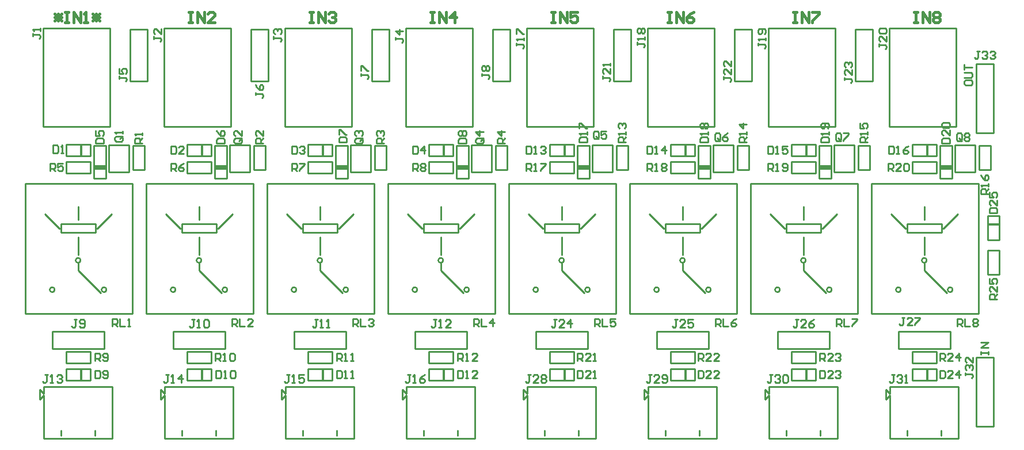
<source format=gto>
G04*
G04 #@! TF.GenerationSoftware,Altium Limited,Altium Designer,21.6.1 (37)*
G04*
G04 Layer_Color=65535*
%FSTAX24Y24*%
%MOIN*%
G70*
G04*
G04 #@! TF.SameCoordinates,59C10F7D-216A-4877-8410-82FF31B31C47*
G04*
G04*
G04 #@! TF.FilePolarity,Positive*
G04*
G01*
G75*
%ADD10C,0.0100*%
%ADD11C,0.0150*%
%ADD12R,0.0700X0.0150*%
%ADD13R,0.0150X0.0700*%
%ADD14R,0.0723X0.0274*%
D10*
X009191Y031255D02*
G03*
X009191Y031255I-000141J0D01*
G01*
X010691Y029555D02*
G03*
X010691Y029555I-000141J0D01*
G01*
X007691D02*
G03*
X007691Y029555I-000141J0D01*
G01*
X037191Y031255D02*
G03*
X037191Y031255I-000141J0D01*
G01*
X038691Y029555D02*
G03*
X038691Y029555I-000141J0D01*
G01*
X035691D02*
G03*
X035691Y029555I-000141J0D01*
G01*
X016191Y031255D02*
G03*
X016191Y031255I-000141J0D01*
G01*
X017691Y029555D02*
G03*
X017691Y029555I-000141J0D01*
G01*
X014691D02*
G03*
X014691Y029555I-000141J0D01*
G01*
X044191Y031255D02*
G03*
X044191Y031255I-000141J0D01*
G01*
X045691Y029555D02*
G03*
X045691Y029555I-000141J0D01*
G01*
X042691D02*
G03*
X042691Y029555I-000141J0D01*
G01*
X023191Y031255D02*
G03*
X023191Y031255I-000141J0D01*
G01*
X024691Y029555D02*
G03*
X024691Y029555I-000141J0D01*
G01*
X021691D02*
G03*
X021691Y029555I-000141J0D01*
G01*
X051191Y031255D02*
G03*
X051191Y031255I-000141J0D01*
G01*
X052691Y029555D02*
G03*
X052691Y029555I-000141J0D01*
G01*
X049691D02*
G03*
X049691Y029555I-000141J0D01*
G01*
X030191Y031255D02*
G03*
X030191Y031255I-000141J0D01*
G01*
X031691Y029555D02*
G03*
X031691Y029555I-000141J0D01*
G01*
X028691D02*
G03*
X028691Y029555I-000141J0D01*
G01*
X058191Y031255D02*
G03*
X058191Y031255I-000141J0D01*
G01*
X059691Y029555D02*
G03*
X059691Y029555I-000141J0D01*
G01*
X056691D02*
G03*
X056691Y029555I-000141J0D01*
G01*
X061715Y03245D02*
X062385D01*
Y03385D01*
X061715Y03245D02*
Y03385D01*
X062385D01*
X061715Y03185D02*
X062385D01*
X061715Y03045D02*
Y03185D01*
X062385Y03045D02*
Y03185D01*
X061715Y03045D02*
X062385D01*
X00975Y037315D02*
Y037985D01*
X00835D02*
X00975D01*
X00835Y037315D02*
X00975D01*
X00835D02*
Y037985D01*
X03775Y037315D02*
Y037985D01*
X03635D02*
X03775D01*
X03635Y037315D02*
X03775D01*
X03635D02*
Y037985D01*
X00975Y024315D02*
Y024985D01*
X00835D02*
X00975D01*
X00835Y024315D02*
X00975D01*
X00835D02*
Y024985D01*
X03775Y024315D02*
Y024985D01*
X03635D02*
X03775D01*
X03635Y024315D02*
X03775D01*
X03635D02*
Y024985D01*
X01065Y035991D02*
Y037891D01*
X00995Y035991D02*
X01065D01*
X00995D02*
Y037891D01*
X01065D01*
X03865Y035991D02*
Y037891D01*
X03795Y035991D02*
X03865D01*
X03795D02*
Y037891D01*
X03865D01*
X01675Y037315D02*
Y037985D01*
X01535D02*
X01675D01*
X01535Y037315D02*
X01675D01*
X01535D02*
Y037985D01*
X04475Y037315D02*
Y037985D01*
X04335D02*
X04475D01*
X04335Y037315D02*
X04475D01*
X04335D02*
Y037985D01*
X01675Y024315D02*
Y024985D01*
X01535D02*
X01675D01*
X01535Y024315D02*
X01675D01*
X01535D02*
Y024985D01*
X04475Y024315D02*
Y024985D01*
X04335D02*
X04475D01*
X04335Y024315D02*
X04475D01*
X04335D02*
Y024985D01*
X01765Y035991D02*
Y037891D01*
X01695Y035991D02*
X01765D01*
X01695D02*
Y037891D01*
X01765D01*
X04565Y035991D02*
Y037891D01*
X04495Y035991D02*
X04565D01*
X04495D02*
Y037891D01*
X04565D01*
X02375Y037315D02*
Y037985D01*
X02235D02*
X02375D01*
X02235Y037315D02*
X02375D01*
X02235D02*
Y037985D01*
X05175Y037315D02*
Y037985D01*
X05035D02*
X05175D01*
X05035Y037315D02*
X05175D01*
X05035D02*
Y037985D01*
X02375Y024315D02*
Y024985D01*
X02235D02*
X02375D01*
X02235Y024315D02*
X02375D01*
X02235D02*
Y024985D01*
X05175Y024315D02*
Y024985D01*
X05035D02*
X05175D01*
X05035Y024315D02*
X05175D01*
X05035D02*
Y024985D01*
X02465Y035991D02*
Y037891D01*
X02395Y035991D02*
X02465D01*
X02395D02*
Y037891D01*
X02465D01*
X05265Y035991D02*
Y037891D01*
X05195Y035991D02*
X05265D01*
X05195D02*
Y037891D01*
X05265D01*
X03075Y037315D02*
Y037985D01*
X02935D02*
X03075D01*
X02935Y037315D02*
X03075D01*
X02935D02*
Y037985D01*
X05875Y037315D02*
Y037985D01*
X05735D02*
X05875D01*
X05735Y037315D02*
X05875D01*
X05735D02*
Y037985D01*
X03075Y024315D02*
Y024985D01*
X02935D02*
X03075D01*
X02935Y024315D02*
X03075D01*
X02935D02*
Y024985D01*
X05875Y024315D02*
Y024985D01*
X05735D02*
X05875D01*
X05735Y024315D02*
X05875D01*
X05735D02*
Y024985D01*
X03165Y035991D02*
Y037891D01*
X03095Y035991D02*
X03165D01*
X03095D02*
Y037891D01*
X03165D01*
X05965Y035991D02*
Y037891D01*
X05895Y035991D02*
X05965D01*
X05895D02*
Y037891D01*
X05965D01*
X00755Y02615D02*
Y02715D01*
Y02615D02*
X01055D01*
Y02715D01*
X00755D02*
X01055D01*
X03555Y02615D02*
Y02715D01*
Y02615D02*
X03855D01*
Y02715D01*
X03555D02*
X03855D01*
X006836Y02319D02*
Y02376D01*
X007066Y02353D02*
Y02393D01*
Y02094D02*
Y02342D01*
X006836Y02376D02*
X007066Y02353D01*
X006836Y02319D02*
X007066Y02342D01*
Y02094D02*
X011016D01*
Y02393D01*
X007066D02*
X011016D01*
X008056Y0211D02*
Y0214D01*
X010026Y0211D02*
Y0214D01*
X034836Y02319D02*
Y02376D01*
X035066Y02353D02*
Y02393D01*
Y02094D02*
Y02342D01*
X034836Y02376D02*
X035066Y02353D01*
X034836Y02319D02*
X035066Y02342D01*
Y02094D02*
X039016D01*
Y02393D01*
X035066D02*
X039016D01*
X036056Y0211D02*
Y0214D01*
X038026Y0211D02*
Y0214D01*
X0109Y038993D02*
Y044701D01*
X007042Y038993D02*
Y044701D01*
Y038993D02*
X0109D01*
X007042Y044701D02*
X0109D01*
X0389Y038993D02*
Y044701D01*
X035042Y038993D02*
Y044701D01*
Y038993D02*
X0389D01*
X035042Y044701D02*
X0389D01*
X01205Y04465D02*
X01305D01*
X01205Y04165D02*
Y04465D01*
Y04165D02*
X01305D01*
Y04465D01*
X04005D02*
X04105D01*
X04005Y04165D02*
Y04465D01*
Y04165D02*
X04105D01*
Y04465D01*
X01455Y02615D02*
Y02715D01*
Y02615D02*
X01755D01*
Y02715D01*
X01455D02*
X01755D01*
X04255Y02615D02*
Y02715D01*
Y02615D02*
X04555D01*
Y02715D01*
X04255D02*
X04555D01*
X013836Y02319D02*
Y02376D01*
X014066Y02353D02*
Y02393D01*
Y02094D02*
Y02342D01*
X013836Y02376D02*
X014066Y02353D01*
X013836Y02319D02*
X014066Y02342D01*
Y02094D02*
X018016D01*
Y02393D01*
X014066D02*
X018016D01*
X015056Y0211D02*
Y0214D01*
X017026Y0211D02*
Y0214D01*
X041836Y02319D02*
Y02376D01*
X042066Y02353D02*
Y02393D01*
Y02094D02*
Y02342D01*
X041836Y02376D02*
X042066Y02353D01*
X041836Y02319D02*
X042066Y02342D01*
Y02094D02*
X046016D01*
Y02393D01*
X042066D02*
X046016D01*
X043056Y0211D02*
Y0214D01*
X045026Y0211D02*
Y0214D01*
X0179Y038993D02*
Y044701D01*
X014042Y038993D02*
Y044701D01*
Y038993D02*
X0179D01*
X014042Y044701D02*
X0179D01*
X042042D02*
X0459D01*
X042042Y038993D02*
X0459D01*
X042042D02*
Y044701D01*
X0459Y038993D02*
Y044701D01*
X01905Y04465D02*
X02005D01*
X01905Y04165D02*
Y04465D01*
Y04165D02*
X02005D01*
Y04465D01*
X04705D02*
X04805D01*
X04705Y04165D02*
Y04465D01*
Y04165D02*
X04805D01*
Y04465D01*
X02155Y02615D02*
Y02715D01*
Y02615D02*
X02455D01*
Y02715D01*
X02155D02*
X02455D01*
X04955Y02615D02*
Y02715D01*
Y02615D02*
X05255D01*
Y02715D01*
X04955D02*
X05255D01*
X020836Y02319D02*
Y02376D01*
X021066Y02353D02*
Y02393D01*
Y02094D02*
Y02342D01*
X020836Y02376D02*
X021066Y02353D01*
X020836Y02319D02*
X021066Y02342D01*
Y02094D02*
X025016D01*
Y02393D01*
X021066D02*
X025016D01*
X022056Y0211D02*
Y0214D01*
X024026Y0211D02*
Y0214D01*
X048836Y02319D02*
Y02376D01*
X049066Y02353D02*
Y02393D01*
Y02094D02*
Y02342D01*
X048836Y02376D02*
X049066Y02353D01*
X048836Y02319D02*
X049066Y02342D01*
Y02094D02*
X053016D01*
Y02393D01*
X049066D02*
X053016D01*
X050056Y0211D02*
Y0214D01*
X052026Y0211D02*
Y0214D01*
X0249Y038993D02*
Y044701D01*
X021042Y038993D02*
Y044701D01*
Y038993D02*
X0249D01*
X021042Y044701D02*
X0249D01*
X0529Y038993D02*
Y044701D01*
X049042Y038993D02*
Y044701D01*
Y038993D02*
X0529D01*
X049042Y044701D02*
X0529D01*
X02605Y04465D02*
X02705D01*
X02605Y04165D02*
Y04465D01*
Y04165D02*
X02705D01*
Y04465D01*
X05405D02*
X05505D01*
X05405Y04165D02*
Y04465D01*
Y04165D02*
X05505D01*
Y04465D01*
X02855Y02615D02*
Y02715D01*
Y02615D02*
X03155D01*
Y02715D01*
X02855D02*
X03155D01*
X05655Y02615D02*
Y02715D01*
Y02615D02*
X05955D01*
Y02715D01*
X05655D02*
X05955D01*
X027836Y02319D02*
Y02376D01*
X028066Y02353D02*
Y02393D01*
Y02094D02*
Y02342D01*
X027836Y02376D02*
X028066Y02353D01*
X027836Y02319D02*
X028066Y02342D01*
Y02094D02*
X032016D01*
Y02393D01*
X028066D02*
X032016D01*
X029056Y0211D02*
Y0214D01*
X031026Y0211D02*
Y0214D01*
X055836Y02319D02*
Y02376D01*
X056066Y02353D02*
Y02393D01*
Y02094D02*
Y02342D01*
X055836Y02376D02*
X056066Y02353D01*
X055836Y02319D02*
X056066Y02342D01*
Y02094D02*
X060016D01*
Y02393D01*
X056066D02*
X060016D01*
X057056Y0211D02*
Y0214D01*
X059026Y0211D02*
Y0214D01*
X0319Y038993D02*
Y044701D01*
X028042Y038993D02*
Y044701D01*
Y038993D02*
X0319D01*
X028042Y044701D02*
X0319D01*
X0599Y038993D02*
Y044701D01*
X056042Y038993D02*
Y044701D01*
Y038993D02*
X0599D01*
X056042Y044701D02*
X0599D01*
X03305Y04465D02*
X03405D01*
X03305Y04165D02*
Y04465D01*
Y04165D02*
X03405D01*
Y04465D01*
X010841Y037937D02*
X011983D01*
X010841Y036363D02*
Y037937D01*
Y036363D02*
X011983D01*
Y037937D01*
X038841D02*
X039983D01*
X038841Y036363D02*
Y037937D01*
Y036363D02*
X039983D01*
Y037937D01*
X017841D02*
X018983D01*
X017841Y036363D02*
Y037937D01*
Y036363D02*
X018983D01*
Y037937D01*
X045841D02*
X046983D01*
X045841Y036363D02*
Y037937D01*
Y036363D02*
X046983D01*
Y037937D01*
X024841D02*
X025983D01*
X024841Y036363D02*
Y037937D01*
Y036363D02*
X025983D01*
Y037937D01*
X052841D02*
X053983D01*
X052841Y036363D02*
Y037937D01*
Y036363D02*
X053983D01*
Y037937D01*
X031841D02*
X032983D01*
X031841Y036363D02*
Y037937D01*
Y036363D02*
X032983D01*
Y037937D01*
X059841D02*
X060983D01*
X059841Y036363D02*
Y037937D01*
Y036363D02*
X060983D01*
Y037937D01*
X00975Y036315D02*
Y036985D01*
X00835D02*
X00975D01*
X00835Y036315D02*
X00975D01*
X00835D02*
Y036985D01*
X03775Y036315D02*
Y036985D01*
X03635D02*
X03775D01*
X03635Y036315D02*
X03775D01*
X03635D02*
Y036985D01*
X00975Y025315D02*
Y025985D01*
X00835D02*
X00975D01*
X00835Y025315D02*
X00975D01*
X00835D02*
Y025985D01*
X03775Y025315D02*
Y025985D01*
X03635D02*
X03775D01*
X03635Y025315D02*
X03775D01*
X03635D02*
Y025985D01*
X012215Y0365D02*
X012885D01*
Y0379D01*
X012215Y0365D02*
Y0379D01*
X012885D01*
X040215Y0365D02*
X040885D01*
Y0379D01*
X040215Y0365D02*
Y0379D01*
X040885D01*
X01675Y036315D02*
Y036985D01*
X01535D02*
X01675D01*
X01535Y036315D02*
X01675D01*
X01535D02*
Y036985D01*
X04475Y036315D02*
Y036985D01*
X04335D02*
X04475D01*
X04335Y036315D02*
X04475D01*
X04335D02*
Y036985D01*
X01675Y025315D02*
Y025985D01*
X01535D02*
X01675D01*
X01535Y025315D02*
X01675D01*
X01535D02*
Y025985D01*
X04475Y025315D02*
Y025985D01*
X04335D02*
X04475D01*
X04335Y025315D02*
X04475D01*
X04335D02*
Y025985D01*
X019215Y0365D02*
X019885D01*
Y0379D01*
X019215Y0365D02*
Y0379D01*
X019885D01*
X047215Y0365D02*
X047885D01*
Y0379D01*
X047215Y0365D02*
Y0379D01*
X047885D01*
X02375Y036315D02*
Y036985D01*
X02235D02*
X02375D01*
X02235Y036315D02*
X02375D01*
X02235D02*
Y036985D01*
X05175Y036315D02*
Y036985D01*
X05035D02*
X05175D01*
X05035Y036315D02*
X05175D01*
X05035D02*
Y036985D01*
X02375Y025315D02*
Y025985D01*
X02235D02*
X02375D01*
X02235Y025315D02*
X02375D01*
X02235D02*
Y025985D01*
X05175Y025315D02*
Y025985D01*
X05035D02*
X05175D01*
X05035Y025315D02*
X05175D01*
X05035D02*
Y025985D01*
X026215Y0365D02*
X026885D01*
Y0379D01*
X026215Y0365D02*
Y0379D01*
X026885D01*
X054215Y0365D02*
X054885D01*
Y0379D01*
X054215Y0365D02*
Y0379D01*
X054885D01*
X03075Y036315D02*
Y036985D01*
X02935D02*
X03075D01*
X02935Y036315D02*
X03075D01*
X02935D02*
Y036985D01*
X05875Y036315D02*
Y036985D01*
X05735D02*
X05875D01*
X05735Y036315D02*
X05875D01*
X05735D02*
Y036985D01*
X03075Y025315D02*
Y025985D01*
X02935D02*
X03075D01*
X02935Y025315D02*
X03075D01*
X02935D02*
Y025985D01*
X05875Y025315D02*
Y025985D01*
X05735D02*
X05875D01*
X05735Y025315D02*
X05875D01*
X05735D02*
Y025985D01*
X033215Y0365D02*
X033885D01*
Y0379D01*
X033215Y0365D02*
Y0379D01*
X033885D01*
X061215Y0365D02*
X061885D01*
Y0379D01*
X061215Y0365D02*
Y0379D01*
X061885D01*
X007123Y033928D02*
X007946Y033105D01*
X00805D01*
X010154D02*
X010977Y033928D01*
X01005Y033105D02*
X010154D01*
X005989Y035711D02*
X012189D01*
X005989Y028162D02*
Y035711D01*
Y028162D02*
X012189D01*
Y035711D01*
X00905Y033605D02*
Y034355D01*
Y031555D02*
Y032605D01*
Y030655D02*
Y031113D01*
Y030655D02*
X01035Y029355D01*
X00805Y033355D02*
X01005D01*
X00805Y032855D02*
X01005D01*
Y033355D01*
X00805Y032855D02*
Y033355D01*
X035123Y033928D02*
X035946Y033105D01*
X03605D01*
X038154D02*
X038977Y033928D01*
X03805Y033105D02*
X038154D01*
X033989Y035711D02*
X040189D01*
X033989Y028162D02*
Y035711D01*
Y028162D02*
X040189D01*
Y035711D01*
X03705Y033605D02*
Y034355D01*
Y031555D02*
Y032605D01*
Y030655D02*
Y031113D01*
Y030655D02*
X03835Y029355D01*
X03605Y033355D02*
X03805D01*
X03605Y032855D02*
X03805D01*
Y033355D01*
X03605Y032855D02*
Y033355D01*
X014123Y033928D02*
X014946Y033105D01*
X01505D01*
X017154D02*
X017977Y033928D01*
X01705Y033105D02*
X017154D01*
X012989Y035711D02*
X019189D01*
X012989Y028162D02*
Y035711D01*
Y028162D02*
X019189D01*
Y035711D01*
X01605Y033605D02*
Y034355D01*
Y031555D02*
Y032605D01*
Y030655D02*
Y031113D01*
Y030655D02*
X01735Y029355D01*
X01505Y033355D02*
X01705D01*
X01505Y032855D02*
X01705D01*
Y033355D01*
X01505Y032855D02*
Y033355D01*
X042123Y033928D02*
X042946Y033105D01*
X04305D01*
X045154D02*
X045977Y033928D01*
X04505Y033105D02*
X045154D01*
X040989Y035711D02*
X047189D01*
X040989Y028162D02*
Y035711D01*
Y028162D02*
X047189D01*
Y035711D01*
X04405Y033605D02*
Y034355D01*
Y031555D02*
Y032605D01*
Y030655D02*
Y031113D01*
Y030655D02*
X04535Y029355D01*
X04305Y033355D02*
X04505D01*
X04305Y032855D02*
X04505D01*
Y033355D01*
X04305Y032855D02*
Y033355D01*
X021123Y033928D02*
X021946Y033105D01*
X02205D01*
X024154D02*
X024977Y033928D01*
X02405Y033105D02*
X024154D01*
X019989Y035711D02*
X026189D01*
X019989Y028162D02*
Y035711D01*
Y028162D02*
X026189D01*
Y035711D01*
X02305Y033605D02*
Y034355D01*
Y031555D02*
Y032605D01*
Y030655D02*
Y031113D01*
Y030655D02*
X02435Y029355D01*
X02205Y033355D02*
X02405D01*
X02205Y032855D02*
X02405D01*
Y033355D01*
X02205Y032855D02*
Y033355D01*
X049123Y033928D02*
X049946Y033105D01*
X05005D01*
X052154D02*
X052977Y033928D01*
X05205Y033105D02*
X052154D01*
X047989Y035711D02*
X054189D01*
X047989Y028162D02*
Y035711D01*
Y028162D02*
X054189D01*
Y035711D01*
X05105Y033605D02*
Y034355D01*
Y031555D02*
Y032605D01*
Y030655D02*
Y031113D01*
Y030655D02*
X05235Y029355D01*
X05005Y033355D02*
X05205D01*
X05005Y032855D02*
X05205D01*
Y033355D01*
X05005Y032855D02*
Y033355D01*
X028123Y033928D02*
X028946Y033105D01*
X02905D01*
X031154D02*
X031977Y033928D01*
X03105Y033105D02*
X031154D01*
X026989Y035711D02*
X033189D01*
X026989Y028162D02*
Y035711D01*
Y028162D02*
X033189D01*
Y035711D01*
X03005Y033605D02*
Y034355D01*
Y031555D02*
Y032605D01*
Y030655D02*
Y031113D01*
Y030655D02*
X03135Y029355D01*
X02905Y033355D02*
X03105D01*
X02905Y032855D02*
X03105D01*
Y033355D01*
X02905Y032855D02*
Y033355D01*
X056123Y033928D02*
X056946Y033105D01*
X05705D01*
X059154D02*
X059977Y033928D01*
X05905Y033105D02*
X059154D01*
X054989Y035711D02*
X061189D01*
X054989Y028162D02*
Y035711D01*
Y028162D02*
X061189D01*
Y035711D01*
X05805Y033605D02*
Y034355D01*
Y031555D02*
Y032605D01*
Y030655D02*
Y031113D01*
Y030655D02*
X05935Y029355D01*
X05705Y033355D02*
X05905D01*
X05705Y032855D02*
X05905D01*
Y033355D01*
X05705Y032855D02*
Y033355D01*
X06105Y02565D02*
X06205D01*
X06105Y02165D02*
Y02565D01*
Y02165D02*
X06205D01*
Y02565D01*
X06105Y04265D02*
X06205D01*
X06105Y03865D02*
Y04265D01*
Y03865D02*
X06205D01*
Y04265D01*
X061825Y034D02*
X062275D01*
Y034225D01*
X0622Y0343D01*
X0619D01*
X061825Y034225D01*
Y034D01*
X062275Y03475D02*
Y03445D01*
X061975Y03475D01*
X0619D01*
X061825Y034675D01*
Y034525D01*
X0619Y03445D01*
X061825Y0352D02*
Y0349D01*
X06205D01*
X061975Y03505D01*
Y035125D01*
X06205Y0352D01*
X0622D01*
X062275Y035125D01*
Y034975D01*
X0622Y0349D01*
X062275Y029D02*
X061825D01*
Y029225D01*
X0619Y0293D01*
X06205D01*
X062125Y029225D01*
Y029D01*
Y02915D02*
X062275Y0293D01*
Y02975D02*
Y02945D01*
X061975Y02975D01*
X0619D01*
X061825Y029675D01*
Y029525D01*
X0619Y02945D01*
X061825Y0302D02*
Y0299D01*
X06205D01*
X061975Y03005D01*
Y030125D01*
X06205Y0302D01*
X0622D01*
X062275Y030125D01*
Y029975D01*
X0622Y0299D01*
X0076Y037925D02*
Y037475D01*
X007825D01*
X0079Y03755D01*
Y03785D01*
X007825Y037925D01*
X0076D01*
X00805Y037475D02*
X0082D01*
X008125D01*
Y037925D01*
X00805Y03785D01*
X034988Y037875D02*
Y037425D01*
X035213D01*
X035288Y0375D01*
Y0378D01*
X035213Y037875D01*
X034988D01*
X035438Y037425D02*
X035587D01*
X035513D01*
Y037875D01*
X035438Y0378D01*
X035812D02*
X035887Y037875D01*
X036037D01*
X036112Y0378D01*
Y037725D01*
X036037Y03765D01*
X035962D01*
X036037D01*
X036112Y037575D01*
Y0375D01*
X036037Y037425D01*
X035887D01*
X035812Y0375D01*
X010025Y024875D02*
Y024425D01*
X01025D01*
X010325Y0245D01*
Y0248D01*
X01025Y024875D01*
X010025D01*
X010475Y0245D02*
X01055Y024425D01*
X0107D01*
X010775Y0245D01*
Y0248D01*
X0107Y024875D01*
X01055D01*
X010475Y0248D01*
Y024725D01*
X01055Y02465D01*
X010775D01*
X037975Y024875D02*
Y024425D01*
X0382D01*
X038275Y0245D01*
Y0248D01*
X0382Y024875D01*
X037975D01*
X038725Y024425D02*
X038425D01*
X038725Y024725D01*
Y0248D01*
X03865Y024875D01*
X0385D01*
X038425Y0248D01*
X038875Y024425D02*
X039025D01*
X03895D01*
Y024875D01*
X038875Y0248D01*
X010075Y038025D02*
X010525D01*
Y03825D01*
X01045Y038325D01*
X01015D01*
X010075Y03825D01*
Y038025D01*
Y038775D02*
Y038475D01*
X0103D01*
X010225Y038625D01*
Y0387D01*
X0103Y038775D01*
X01045D01*
X010525Y0387D01*
Y03855D01*
X01045Y038475D01*
X038075Y038088D02*
X038525D01*
Y038313D01*
X03845Y038388D01*
X03815D01*
X038075Y038313D01*
Y038088D01*
X038525Y038538D02*
Y038687D01*
Y038613D01*
X038075D01*
X03815Y038538D01*
X038075Y038912D02*
Y039212D01*
X03815D01*
X03845Y038912D01*
X038525D01*
X014425Y037875D02*
Y037425D01*
X01465D01*
X014725Y0375D01*
Y0378D01*
X01465Y037875D01*
X014425D01*
X015175Y037425D02*
X014875D01*
X015175Y037725D01*
Y0378D01*
X0151Y037875D01*
X01495D01*
X014875Y0378D01*
X041988Y037875D02*
Y037425D01*
X042213D01*
X042288Y0375D01*
Y0378D01*
X042213Y037875D01*
X041988D01*
X042438Y037425D02*
X042587D01*
X042513D01*
Y037875D01*
X042438Y0378D01*
X043037Y037425D02*
Y037875D01*
X042812Y03765D01*
X043112D01*
X017038Y024875D02*
Y024425D01*
X017263D01*
X017338Y0245D01*
Y0248D01*
X017263Y024875D01*
X017038D01*
X017488Y024425D02*
X017637D01*
X017563D01*
Y024875D01*
X017488Y0248D01*
X017862D02*
X017937Y024875D01*
X018087D01*
X018162Y0248D01*
Y0245D01*
X018087Y024425D01*
X017937D01*
X017862Y0245D01*
Y0248D01*
X04495Y024875D02*
Y024425D01*
X045175D01*
X04525Y0245D01*
Y0248D01*
X045175Y024875D01*
X04495D01*
X0457Y024425D02*
X0454D01*
X0457Y024725D01*
Y0248D01*
X045625Y024875D01*
X045475D01*
X0454Y0248D01*
X04615Y024425D02*
X04585D01*
X04615Y024725D01*
Y0248D01*
X046075Y024875D01*
X045925D01*
X04585Y0248D01*
X017075Y038025D02*
X017525D01*
Y03825D01*
X01745Y038325D01*
X01715D01*
X017075Y03825D01*
Y038025D01*
Y038775D02*
X01715Y038625D01*
X0173Y038475D01*
X01745D01*
X017525Y03855D01*
Y0387D01*
X01745Y038775D01*
X017375D01*
X0173Y0387D01*
Y038475D01*
X045075Y038088D02*
X045525D01*
Y038313D01*
X04545Y038388D01*
X04515D01*
X045075Y038313D01*
Y038088D01*
X045525Y038538D02*
Y038687D01*
Y038613D01*
X045075D01*
X04515Y038538D01*
Y038912D02*
X045075Y038987D01*
Y039137D01*
X04515Y039212D01*
X045225D01*
X0453Y039137D01*
X045375Y039212D01*
X04545D01*
X045525Y039137D01*
Y038987D01*
X04545Y038912D01*
X045375D01*
X0453Y038987D01*
X045225Y038912D01*
X04515D01*
X0453Y038987D02*
Y039137D01*
X021425Y037875D02*
Y037425D01*
X02165D01*
X021725Y0375D01*
Y0378D01*
X02165Y037875D01*
X021425D01*
X021875Y0378D02*
X02195Y037875D01*
X0221D01*
X022175Y0378D01*
Y037725D01*
X0221Y03765D01*
X022025D01*
X0221D01*
X022175Y037575D01*
Y0375D01*
X0221Y037425D01*
X02195D01*
X021875Y0375D01*
X048988Y037875D02*
Y037425D01*
X049213D01*
X049288Y0375D01*
Y0378D01*
X049213Y037875D01*
X048988D01*
X049438Y037425D02*
X049587D01*
X049513D01*
Y037875D01*
X049438Y0378D01*
X050112Y037875D02*
X049812D01*
Y03765D01*
X049962Y037725D01*
X050037D01*
X050112Y03765D01*
Y0375D01*
X050037Y037425D01*
X049887D01*
X049812Y0375D01*
X024013Y024875D02*
Y024425D01*
X024238D01*
X024313Y0245D01*
Y0248D01*
X024238Y024875D01*
X024013D01*
X024463Y024425D02*
X024612D01*
X024537D01*
Y024875D01*
X024463Y0248D01*
X024837Y024425D02*
X024987D01*
X024912D01*
Y024875D01*
X024837Y0248D01*
X052Y024875D02*
Y024425D01*
X052225D01*
X0523Y0245D01*
Y0248D01*
X052225Y024875D01*
X052D01*
X05275Y024425D02*
X05245D01*
X05275Y024725D01*
Y0248D01*
X052675Y024875D01*
X052525D01*
X05245Y0248D01*
X0529D02*
X052975Y024875D01*
X053125D01*
X0532Y0248D01*
Y024725D01*
X053125Y02465D01*
X05305D01*
X053125D01*
X0532Y024575D01*
Y0245D01*
X053125Y024425D01*
X052975D01*
X0529Y0245D01*
X02415Y03809D02*
X0246D01*
Y038315D01*
X024525Y03839D01*
X024225D01*
X02415Y038315D01*
Y03809D01*
Y03854D02*
Y03884D01*
X024225D01*
X024525Y03854D01*
X0246D01*
X052075Y038088D02*
X052525D01*
Y038313D01*
X05245Y038388D01*
X05215D01*
X052075Y038313D01*
Y038088D01*
X052525Y038538D02*
Y038687D01*
Y038613D01*
X052075D01*
X05215Y038538D01*
X05245Y038912D02*
X052525Y038987D01*
Y039137D01*
X05245Y039212D01*
X05215D01*
X052075Y039137D01*
Y038987D01*
X05215Y038912D01*
X052225D01*
X0523Y038987D01*
Y039212D01*
X028425Y037875D02*
Y037425D01*
X02865D01*
X028725Y0375D01*
Y0378D01*
X02865Y037875D01*
X028425D01*
X0291Y037425D02*
Y037875D01*
X028875Y03765D01*
X029175D01*
X055988Y037875D02*
Y037425D01*
X056213D01*
X056288Y0375D01*
Y0378D01*
X056213Y037875D01*
X055988D01*
X056438Y037425D02*
X056587D01*
X056513D01*
Y037875D01*
X056438Y0378D01*
X057112Y037875D02*
X056962Y0378D01*
X056812Y03765D01*
Y0375D01*
X056887Y037425D01*
X057037D01*
X057112Y0375D01*
Y037575D01*
X057037Y03765D01*
X056812D01*
X031038Y024875D02*
Y024425D01*
X031263D01*
X031338Y0245D01*
Y0248D01*
X031263Y024875D01*
X031038D01*
X031488Y024425D02*
X031637D01*
X031563D01*
Y024875D01*
X031488Y0248D01*
X032162Y024425D02*
X031862D01*
X032162Y024725D01*
Y0248D01*
X032087Y024875D01*
X031937D01*
X031862Y0248D01*
X05895Y024875D02*
Y024425D01*
X059175D01*
X05925Y0245D01*
Y0248D01*
X059175Y024875D01*
X05895D01*
X0597Y024425D02*
X0594D01*
X0597Y024725D01*
Y0248D01*
X059625Y024875D01*
X059475D01*
X0594Y0248D01*
X060075Y024425D02*
Y024875D01*
X05985Y02465D01*
X06015D01*
X031075Y038025D02*
X031525D01*
Y03825D01*
X03145Y038325D01*
X03115D01*
X031075Y03825D01*
Y038025D01*
X03115Y038475D02*
X031075Y03855D01*
Y0387D01*
X03115Y038775D01*
X031225D01*
X0313Y0387D01*
X031375Y038775D01*
X03145D01*
X031525Y0387D01*
Y03855D01*
X03145Y038475D01*
X031375D01*
X0313Y03855D01*
X031225Y038475D01*
X03115D01*
X0313Y03855D02*
Y0387D01*
X059075Y03805D02*
X059525D01*
Y038275D01*
X05945Y03835D01*
X05915D01*
X059075Y038275D01*
Y03805D01*
X059525Y0388D02*
Y0385D01*
X059225Y0388D01*
X05915D01*
X059075Y038725D01*
Y038575D01*
X05915Y0385D01*
Y03895D02*
X059075Y039025D01*
Y039175D01*
X05915Y03925D01*
X05945D01*
X059525Y039175D01*
Y039025D01*
X05945Y03895D01*
X05915D01*
X008975Y027825D02*
X008825D01*
X0089D01*
Y02745D01*
X008825Y027375D01*
X00875D01*
X008675Y02745D01*
X009125D02*
X0092Y027375D01*
X00935D01*
X009425Y02745D01*
Y02775D01*
X00935Y027825D01*
X0092D01*
X009125Y02775D01*
Y027675D01*
X0092Y0276D01*
X009425D01*
X03675Y027825D02*
X0366D01*
X036675D01*
Y02745D01*
X0366Y027375D01*
X036525D01*
X03645Y02745D01*
X0372Y027375D02*
X0369D01*
X0372Y027675D01*
Y02775D01*
X037125Y027825D01*
X036975D01*
X0369Y02775D01*
X037575Y027375D02*
Y027825D01*
X03735Y0276D01*
X03765D01*
X007288Y024625D02*
X007138D01*
X007213D01*
Y02425D01*
X007138Y024175D01*
X007063D01*
X006988Y02425D01*
X007438Y024175D02*
X007587D01*
X007513D01*
Y024625D01*
X007438Y02455D01*
X007812D02*
X007887Y024625D01*
X008037D01*
X008112Y02455D01*
Y024475D01*
X008037Y0244D01*
X007962D01*
X008037D01*
X008112Y024325D01*
Y02425D01*
X008037Y024175D01*
X007887D01*
X007812Y02425D01*
X03525Y024625D02*
X0351D01*
X035175D01*
Y02425D01*
X0351Y024175D01*
X035025D01*
X03495Y02425D01*
X0357Y024175D02*
X0354D01*
X0357Y024475D01*
Y02455D01*
X035625Y024625D01*
X035475D01*
X0354Y02455D01*
X03585D02*
X035925Y024625D01*
X036075D01*
X03615Y02455D01*
Y024475D01*
X036075Y0244D01*
X03615Y024325D01*
Y02425D01*
X036075Y024175D01*
X035925D01*
X03585Y02425D01*
Y024325D01*
X035925Y0244D01*
X03585Y024475D01*
Y02455D01*
X035925Y0244D02*
X036075D01*
X006425Y0444D02*
Y04425D01*
Y044325D01*
X0068D01*
X006875Y04425D01*
Y044175D01*
X0068Y0441D01*
X006875Y04455D02*
Y0447D01*
Y044625D01*
X006425D01*
X0065Y04455D01*
X034425Y043838D02*
Y043688D01*
Y043763D01*
X0348D01*
X034875Y043688D01*
Y043613D01*
X0348Y043538D01*
X034875Y043988D02*
Y044137D01*
Y044063D01*
X034425D01*
X0345Y043988D01*
X034425Y044362D02*
Y044662D01*
X0345D01*
X0348Y044362D01*
X034875D01*
X011425Y041925D02*
Y041775D01*
Y04185D01*
X0118D01*
X011875Y041775D01*
Y0417D01*
X0118Y041625D01*
X011425Y042375D02*
Y042075D01*
X01165D01*
X011575Y042225D01*
Y0423D01*
X01165Y042375D01*
X0118D01*
X011875Y0423D01*
Y04215D01*
X0118Y042075D01*
X039425Y041925D02*
Y041775D01*
Y04185D01*
X0398D01*
X039875Y041775D01*
Y0417D01*
X0398Y041625D01*
X039875Y042375D02*
Y042075D01*
X039575Y042375D01*
X0395D01*
X039425Y0423D01*
Y04215D01*
X0395Y042075D01*
X039875Y042525D02*
Y042675D01*
Y0426D01*
X039425D01*
X0395Y042525D01*
X015788Y027825D02*
X015638D01*
X015713D01*
Y02745D01*
X015638Y027375D01*
X015563D01*
X015488Y02745D01*
X015938Y027375D02*
X016087D01*
X016013D01*
Y027825D01*
X015938Y02775D01*
X016312D02*
X016387Y027825D01*
X016537D01*
X016612Y02775D01*
Y02745D01*
X016537Y027375D01*
X016387D01*
X016312Y02745D01*
Y02775D01*
X04375Y027825D02*
X0436D01*
X043675D01*
Y02745D01*
X0436Y027375D01*
X043525D01*
X04345Y02745D01*
X0442Y027375D02*
X0439D01*
X0442Y027675D01*
Y02775D01*
X044125Y027825D01*
X043975D01*
X0439Y02775D01*
X04465Y027825D02*
X04435D01*
Y0276D01*
X0445Y027675D01*
X044575D01*
X04465Y0276D01*
Y02745D01*
X044575Y027375D01*
X044425D01*
X04435Y02745D01*
X014288Y024625D02*
X014138D01*
X014213D01*
Y02425D01*
X014138Y024175D01*
X014063D01*
X013988Y02425D01*
X014438Y024175D02*
X014587D01*
X014513D01*
Y024625D01*
X014438Y02455D01*
X015037Y024175D02*
Y024625D01*
X014812Y0244D01*
X015112D01*
X04225Y024625D02*
X0421D01*
X042175D01*
Y02425D01*
X0421Y024175D01*
X042025D01*
X04195Y02425D01*
X0427Y024175D02*
X0424D01*
X0427Y024475D01*
Y02455D01*
X042625Y024625D01*
X042475D01*
X0424Y02455D01*
X04285Y02425D02*
X042925Y024175D01*
X043075D01*
X04315Y02425D01*
Y02455D01*
X043075Y024625D01*
X042925D01*
X04285Y02455D01*
Y024475D01*
X042925Y0244D01*
X04315D01*
X013425Y044225D02*
Y044075D01*
Y04415D01*
X0138D01*
X013875Y044075D01*
Y044D01*
X0138Y043925D01*
X013875Y044675D02*
Y044375D01*
X013575Y044675D01*
X0135D01*
X013425Y0446D01*
Y04445D01*
X0135Y044375D01*
X041425Y043888D02*
Y043738D01*
Y043813D01*
X0418D01*
X041875Y043738D01*
Y043663D01*
X0418Y043588D01*
X041875Y044038D02*
Y044187D01*
Y044113D01*
X041425D01*
X0415Y044038D01*
Y044412D02*
X041425Y044487D01*
Y044637D01*
X0415Y044712D01*
X041575D01*
X04165Y044637D01*
X041725Y044712D01*
X0418D01*
X041875Y044637D01*
Y044487D01*
X0418Y044412D01*
X041725D01*
X04165Y044487D01*
X041575Y044412D01*
X0415D01*
X04165Y044487D02*
Y044637D01*
X019325Y040975D02*
Y040825D01*
Y0409D01*
X0197D01*
X019775Y040825D01*
Y04075D01*
X0197Y040675D01*
X019325Y041425D02*
X0194Y041275D01*
X01955Y041125D01*
X0197D01*
X019775Y0412D01*
Y04135D01*
X0197Y041425D01*
X019625D01*
X01955Y04135D01*
Y041125D01*
X046425Y0419D02*
Y04175D01*
Y041825D01*
X0468D01*
X046875Y04175D01*
Y041675D01*
X0468Y0416D01*
X046875Y04235D02*
Y04205D01*
X046575Y04235D01*
X0465D01*
X046425Y042275D01*
Y042125D01*
X0465Y04205D01*
X046875Y0428D02*
Y0425D01*
X046575Y0428D01*
X0465D01*
X046425Y042725D01*
Y042575D01*
X0465Y0425D01*
X022913Y027825D02*
X022763D01*
X022838D01*
Y02745D01*
X022763Y027375D01*
X022688D01*
X022613Y02745D01*
X023063Y027375D02*
X023212D01*
X023137D01*
Y027825D01*
X023063Y02775D01*
X023437Y027375D02*
X023587D01*
X023512D01*
Y027825D01*
X023437Y02775D01*
X05075Y027825D02*
X0506D01*
X050675D01*
Y02745D01*
X0506Y027375D01*
X050525D01*
X05045Y02745D01*
X0512Y027375D02*
X0509D01*
X0512Y027675D01*
Y02775D01*
X051125Y027825D01*
X050975D01*
X0509Y02775D01*
X05165Y027825D02*
X0515Y02775D01*
X05135Y0276D01*
Y02745D01*
X051425Y027375D01*
X051575D01*
X05165Y02745D01*
Y027525D01*
X051575Y0276D01*
X05135D01*
X021288Y024625D02*
X021138D01*
X021213D01*
Y02425D01*
X021138Y024175D01*
X021063D01*
X020988Y02425D01*
X021438Y024175D02*
X021587D01*
X021513D01*
Y024625D01*
X021438Y02455D01*
X022112Y024625D02*
X021812D01*
Y0244D01*
X021962Y024475D01*
X022037D01*
X022112Y0244D01*
Y02425D01*
X022037Y024175D01*
X021887D01*
X021812Y02425D01*
X04925Y024625D02*
X0491D01*
X049175D01*
Y02425D01*
X0491Y024175D01*
X049025D01*
X04895Y02425D01*
X0494Y02455D02*
X049475Y024625D01*
X049625D01*
X0497Y02455D01*
Y024475D01*
X049625Y0244D01*
X04955D01*
X049625D01*
X0497Y024325D01*
Y02425D01*
X049625Y024175D01*
X049475D01*
X0494Y02425D01*
X04985Y02455D02*
X049925Y024625D01*
X050075D01*
X05015Y02455D01*
Y02425D01*
X050075Y024175D01*
X049925D01*
X04985Y02425D01*
Y02455D01*
X020375Y044225D02*
Y044075D01*
Y04415D01*
X02075D01*
X020825Y044075D01*
Y044D01*
X02075Y043925D01*
X02045Y044375D02*
X020375Y04445D01*
Y0446D01*
X02045Y044675D01*
X020525D01*
X0206Y0446D01*
Y044525D01*
Y0446D01*
X020675Y044675D01*
X02075D01*
X020825Y0446D01*
Y04445D01*
X02075Y044375D01*
X048425Y043838D02*
Y043688D01*
Y043763D01*
X0488D01*
X048875Y043688D01*
Y043613D01*
X0488Y043538D01*
X048875Y043988D02*
Y044137D01*
Y044063D01*
X048425D01*
X0485Y043988D01*
X0488Y044362D02*
X048875Y044437D01*
Y044587D01*
X0488Y044662D01*
X0485D01*
X048425Y044587D01*
Y044437D01*
X0485Y044362D01*
X048575D01*
X04865Y044437D01*
Y044662D01*
X025425Y042075D02*
Y041925D01*
Y042D01*
X0258D01*
X025875Y041925D01*
Y04185D01*
X0258Y041775D01*
X025425Y042225D02*
Y042525D01*
X0255D01*
X0258Y042225D01*
X025875D01*
X053425Y04185D02*
Y0417D01*
Y041775D01*
X0538D01*
X053875Y0417D01*
Y041625D01*
X0538Y04155D01*
X053875Y0423D02*
Y042D01*
X053575Y0423D01*
X0535D01*
X053425Y042225D01*
Y042075D01*
X0535Y042D01*
Y04245D02*
X053425Y042525D01*
Y042675D01*
X0535Y04275D01*
X053575D01*
X05365Y042675D01*
Y0426D01*
Y042675D01*
X053725Y04275D01*
X0538D01*
X053875Y042675D01*
Y042525D01*
X0538Y04245D01*
X029788Y027825D02*
X029638D01*
X029713D01*
Y02745D01*
X029638Y027375D01*
X029563D01*
X029488Y02745D01*
X029938Y027375D02*
X030087D01*
X030013D01*
Y027825D01*
X029938Y02775D01*
X030612Y027375D02*
X030312D01*
X030612Y027675D01*
Y02775D01*
X030537Y027825D01*
X030387D01*
X030312Y02775D01*
X0569Y02795D02*
X05675D01*
X056825D01*
Y027575D01*
X05675Y0275D01*
X056675D01*
X0566Y027575D01*
X05735Y0275D02*
X05705D01*
X05735Y0278D01*
Y027875D01*
X057275Y02795D01*
X057125D01*
X05705Y027875D01*
X0575Y02795D02*
X0578D01*
Y027875D01*
X0575Y027575D01*
Y0275D01*
X028288Y024625D02*
X028138D01*
X028213D01*
Y02425D01*
X028138Y024175D01*
X028063D01*
X027988Y02425D01*
X028438Y024175D02*
X028587D01*
X028513D01*
Y024625D01*
X028438Y02455D01*
X029112Y024625D02*
X028962Y02455D01*
X028812Y0244D01*
Y02425D01*
X028887Y024175D01*
X029037D01*
X029112Y02425D01*
Y024325D01*
X029037Y0244D01*
X028812D01*
X056325Y024625D02*
X056175D01*
X05625D01*
Y02425D01*
X056175Y024175D01*
X0561D01*
X056025Y02425D01*
X056475Y02455D02*
X05655Y024625D01*
X0567D01*
X056775Y02455D01*
Y024475D01*
X0567Y0244D01*
X056625D01*
X0567D01*
X056775Y024325D01*
Y02425D01*
X0567Y024175D01*
X05655D01*
X056475Y02425D01*
X056925Y024175D02*
X057075D01*
X057D01*
Y024625D01*
X056925Y02455D01*
X027425Y044175D02*
Y044025D01*
Y0441D01*
X0278D01*
X027875Y044025D01*
Y04395D01*
X0278Y043875D01*
X027875Y04455D02*
X027425D01*
X02765Y044325D01*
Y044625D01*
X055425Y0438D02*
Y04365D01*
Y043725D01*
X0558D01*
X055875Y04365D01*
Y043575D01*
X0558Y0435D01*
X055875Y04425D02*
Y04395D01*
X055575Y04425D01*
X0555D01*
X055425Y044175D01*
Y044025D01*
X0555Y04395D01*
Y0444D02*
X055425Y044475D01*
Y044625D01*
X0555Y0447D01*
X0558D01*
X055875Y044625D01*
Y044475D01*
X0558Y0444D01*
X0555D01*
X032425Y042075D02*
Y041925D01*
Y042D01*
X0328D01*
X032875Y041925D01*
Y04185D01*
X0328Y041775D01*
X0325Y042225D02*
X032425Y0423D01*
Y04245D01*
X0325Y042525D01*
X032575D01*
X03265Y04245D01*
X032725Y042525D01*
X0328D01*
X032875Y04245D01*
Y0423D01*
X0328Y042225D01*
X032725D01*
X03265Y0423D01*
X032575Y042225D01*
X0325D01*
X03265Y0423D02*
Y04245D01*
X01155Y03845D02*
X01125D01*
X011175Y038375D01*
Y038225D01*
X01125Y03815D01*
X01155D01*
X011625Y038225D01*
Y038375D01*
X011475Y0383D02*
X011625Y03845D01*
Y038375D02*
X01155Y03845D01*
X011625Y0386D02*
Y03875D01*
Y038675D01*
X011175D01*
X01125Y0386D01*
X03919Y038365D02*
Y038665D01*
X039115Y03874D01*
X038965D01*
X03889Y038665D01*
Y038365D01*
X038965Y03829D01*
X039115D01*
X03904Y03844D02*
X03919Y03829D01*
X039115D02*
X03919Y038365D01*
X03964Y03874D02*
X03934D01*
Y038515D01*
X03949Y03859D01*
X039565D01*
X03964Y038515D01*
Y038365D01*
X039565Y03829D01*
X039415D01*
X03934Y038365D01*
X01845Y038325D02*
X01815D01*
X018075Y03825D01*
Y0381D01*
X01815Y038025D01*
X01845D01*
X018525Y0381D01*
Y03825D01*
X018375Y038175D02*
X018525Y038325D01*
Y03825D02*
X01845Y038325D01*
X018525Y038775D02*
Y038475D01*
X018225Y038775D01*
X01815D01*
X018075Y0387D01*
Y03855D01*
X01815Y038475D01*
X046225Y03825D02*
Y03855D01*
X04615Y038625D01*
X046D01*
X045925Y03855D01*
Y03825D01*
X046Y038175D01*
X04615D01*
X046075Y038325D02*
X046225Y038175D01*
X04615D02*
X046225Y03825D01*
X046675Y038625D02*
X046525Y03855D01*
X046375Y0384D01*
Y03825D01*
X04645Y038175D01*
X0466D01*
X046675Y03825D01*
Y038325D01*
X0466Y0384D01*
X046375D01*
X02545Y038325D02*
X02515D01*
X025075Y03825D01*
Y0381D01*
X02515Y038025D01*
X02545D01*
X025525Y0381D01*
Y03825D01*
X025375Y038175D02*
X025525Y038325D01*
Y03825D02*
X02545Y038325D01*
X02515Y038475D02*
X025075Y03855D01*
Y0387D01*
X02515Y038775D01*
X025225D01*
X0253Y0387D01*
Y038625D01*
Y0387D01*
X025375Y038775D01*
X02545D01*
X025525Y0387D01*
Y03855D01*
X02545Y038475D01*
X053225Y03825D02*
Y03855D01*
X05315Y038625D01*
X053D01*
X052925Y03855D01*
Y03825D01*
X053Y038175D01*
X05315D01*
X053075Y038325D02*
X053225Y038175D01*
X05315D02*
X053225Y03825D01*
X053375Y038625D02*
X053675D01*
Y03855D01*
X053375Y03825D01*
Y038175D01*
X03245Y038325D02*
X03215D01*
X032075Y03825D01*
Y0381D01*
X03215Y038025D01*
X03245D01*
X032525Y0381D01*
Y03825D01*
X032375Y038175D02*
X032525Y038325D01*
Y03825D02*
X03245Y038325D01*
X032525Y0387D02*
X032075D01*
X0323Y038475D01*
Y038775D01*
X060225Y03825D02*
Y03855D01*
X06015Y038625D01*
X06D01*
X059925Y03855D01*
Y03825D01*
X06Y038175D01*
X06015D01*
X060075Y038325D02*
X060225Y038175D01*
X06015D02*
X060225Y03825D01*
X060375Y03855D02*
X06045Y038625D01*
X0606D01*
X060675Y03855D01*
Y038475D01*
X0606Y0384D01*
X060675Y038325D01*
Y03825D01*
X0606Y038175D01*
X06045D01*
X060375Y03825D01*
Y038325D01*
X06045Y0384D01*
X060375Y038475D01*
Y03855D01*
X06045Y0384D02*
X0606D01*
X007425Y036425D02*
Y036875D01*
X00765D01*
X007725Y0368D01*
Y03665D01*
X00765Y036575D01*
X007425D01*
X007575D02*
X007725Y036425D01*
X008175Y036875D02*
X007875D01*
Y03665D01*
X008025Y036725D01*
X0081D01*
X008175Y03665D01*
Y0365D01*
X0081Y036425D01*
X00795D01*
X007875Y0365D01*
X034988Y036425D02*
Y036875D01*
X035213D01*
X035288Y0368D01*
Y03665D01*
X035213Y036575D01*
X034988D01*
X035138D02*
X035288Y036425D01*
X035438D02*
X035587D01*
X035513D01*
Y036875D01*
X035438Y0368D01*
X035812Y036875D02*
X036112D01*
Y0368D01*
X035812Y0365D01*
Y036425D01*
X010025Y025425D02*
Y025875D01*
X01025D01*
X010325Y0258D01*
Y02565D01*
X01025Y025575D01*
X010025D01*
X010175D02*
X010325Y025425D01*
X010475Y0255D02*
X01055Y025425D01*
X0107D01*
X010775Y0255D01*
Y0258D01*
X0107Y025875D01*
X01055D01*
X010475Y0258D01*
Y025725D01*
X01055Y02565D01*
X010775D01*
X037975Y025425D02*
Y025875D01*
X0382D01*
X038275Y0258D01*
Y02565D01*
X0382Y025575D01*
X037975D01*
X038125D02*
X038275Y025425D01*
X038725D02*
X038425D01*
X038725Y025725D01*
Y0258D01*
X03865Y025875D01*
X0385D01*
X038425Y0258D01*
X038875Y025425D02*
X039025D01*
X03895D01*
Y025875D01*
X038875Y0258D01*
X012775Y03805D02*
X012325D01*
Y038275D01*
X0124Y03835D01*
X01255D01*
X012625Y038275D01*
Y03805D01*
Y0382D02*
X012775Y03835D01*
Y0385D02*
Y03865D01*
Y038575D01*
X012325D01*
X0124Y0385D01*
X040775Y038088D02*
X040325D01*
Y038313D01*
X0404Y038388D01*
X04055D01*
X040625Y038313D01*
Y038088D01*
Y038238D02*
X040775Y038388D01*
Y038538D02*
Y038687D01*
Y038613D01*
X040325D01*
X0404Y038538D01*
Y038912D02*
X040325Y038987D01*
Y039137D01*
X0404Y039212D01*
X040475D01*
X04055Y039137D01*
Y039062D01*
Y039137D01*
X040625Y039212D01*
X0407D01*
X040775Y039137D01*
Y038987D01*
X0407Y038912D01*
X014425Y036425D02*
Y036875D01*
X01465D01*
X014725Y0368D01*
Y03665D01*
X01465Y036575D01*
X014425D01*
X014575D02*
X014725Y036425D01*
X015175Y036875D02*
X015025Y0368D01*
X014875Y03665D01*
Y0365D01*
X01495Y036425D01*
X0151D01*
X015175Y0365D01*
Y036575D01*
X0151Y03665D01*
X014875D01*
X041988Y036425D02*
Y036875D01*
X042213D01*
X042288Y0368D01*
Y03665D01*
X042213Y036575D01*
X041988D01*
X042138D02*
X042288Y036425D01*
X042438D02*
X042587D01*
X042513D01*
Y036875D01*
X042438Y0368D01*
X042812D02*
X042887Y036875D01*
X043037D01*
X043112Y0368D01*
Y036725D01*
X043037Y03665D01*
X043112Y036575D01*
Y0365D01*
X043037Y036425D01*
X042887D01*
X042812Y0365D01*
Y036575D01*
X042887Y03665D01*
X042812Y036725D01*
Y0368D01*
X042887Y03665D02*
X043037D01*
X016988Y025425D02*
Y025875D01*
X017213D01*
X017288Y0258D01*
Y02565D01*
X017213Y025575D01*
X016988D01*
X017138D02*
X017288Y025425D01*
X017438D02*
X017587D01*
X017513D01*
Y025875D01*
X017438Y0258D01*
X017812D02*
X017887Y025875D01*
X018037D01*
X018112Y0258D01*
Y0255D01*
X018037Y025425D01*
X017887D01*
X017812Y0255D01*
Y0258D01*
X04495Y025425D02*
Y025875D01*
X045175D01*
X04525Y0258D01*
Y02565D01*
X045175Y025575D01*
X04495D01*
X0451D02*
X04525Y025425D01*
X0457D02*
X0454D01*
X0457Y025725D01*
Y0258D01*
X045625Y025875D01*
X045475D01*
X0454Y0258D01*
X04615Y025425D02*
X04585D01*
X04615Y025725D01*
Y0258D01*
X046075Y025875D01*
X045925D01*
X04585Y0258D01*
X019775Y038025D02*
X019325D01*
Y03825D01*
X0194Y038325D01*
X01955D01*
X019625Y03825D01*
Y038025D01*
Y038175D02*
X019775Y038325D01*
Y038775D02*
Y038475D01*
X019475Y038775D01*
X0194D01*
X019325Y0387D01*
Y03855D01*
X0194Y038475D01*
X047775Y038088D02*
X047325D01*
Y038313D01*
X0474Y038388D01*
X04755D01*
X047625Y038313D01*
Y038088D01*
Y038238D02*
X047775Y038388D01*
Y038538D02*
Y038687D01*
Y038613D01*
X047325D01*
X0474Y038538D01*
X047775Y039137D02*
X047325D01*
X04755Y038912D01*
Y039212D01*
X021425Y036425D02*
Y036875D01*
X02165D01*
X021725Y0368D01*
Y03665D01*
X02165Y036575D01*
X021425D01*
X021575D02*
X021725Y036425D01*
X021875Y036875D02*
X022175D01*
Y0368D01*
X021875Y0365D01*
Y036425D01*
X048988D02*
Y036875D01*
X049213D01*
X049288Y0368D01*
Y03665D01*
X049213Y036575D01*
X048988D01*
X049138D02*
X049288Y036425D01*
X049438D02*
X049587D01*
X049513D01*
Y036875D01*
X049438Y0368D01*
X049812Y0365D02*
X049887Y036425D01*
X050037D01*
X050112Y0365D01*
Y0368D01*
X050037Y036875D01*
X049887D01*
X049812Y0368D01*
Y036725D01*
X049887Y03665D01*
X050112D01*
X024013Y025425D02*
Y025875D01*
X024238D01*
X024313Y0258D01*
Y02565D01*
X024238Y025575D01*
X024013D01*
X024163D02*
X024313Y025425D01*
X024463D02*
X024612D01*
X024537D01*
Y025875D01*
X024463Y0258D01*
X024837Y025425D02*
X024987D01*
X024912D01*
Y025875D01*
X024837Y0258D01*
X052Y025425D02*
Y025875D01*
X052225D01*
X0523Y0258D01*
Y02565D01*
X052225Y025575D01*
X052D01*
X05215D02*
X0523Y025425D01*
X05275D02*
X05245D01*
X05275Y025725D01*
Y0258D01*
X052675Y025875D01*
X052525D01*
X05245Y0258D01*
X0529D02*
X052975Y025875D01*
X053125D01*
X0532Y0258D01*
Y025725D01*
X053125Y02565D01*
X05305D01*
X053125D01*
X0532Y025575D01*
Y0255D01*
X053125Y025425D01*
X052975D01*
X0529Y0255D01*
X026775Y038025D02*
X026325D01*
Y03825D01*
X0264Y038325D01*
X02655D01*
X026625Y03825D01*
Y038025D01*
Y038175D02*
X026775Y038325D01*
X0264Y038475D02*
X026325Y03855D01*
Y0387D01*
X0264Y038775D01*
X026475D01*
X02655Y0387D01*
Y038625D01*
Y0387D01*
X026625Y038775D01*
X0267D01*
X026775Y0387D01*
Y03855D01*
X0267Y038475D01*
X054775Y038088D02*
X054325D01*
Y038313D01*
X0544Y038388D01*
X05455D01*
X054625Y038313D01*
Y038088D01*
Y038238D02*
X054775Y038388D01*
Y038538D02*
Y038687D01*
Y038613D01*
X054325D01*
X0544Y038538D01*
X054325Y039212D02*
Y038912D01*
X05455D01*
X054475Y039062D01*
Y039137D01*
X05455Y039212D01*
X0547D01*
X054775Y039137D01*
Y038987D01*
X0547Y038912D01*
X028425Y036425D02*
Y036875D01*
X02865D01*
X028725Y0368D01*
Y03665D01*
X02865Y036575D01*
X028425D01*
X028575D02*
X028725Y036425D01*
X028875Y0368D02*
X02895Y036875D01*
X0291D01*
X029175Y0368D01*
Y036725D01*
X0291Y03665D01*
X029175Y036575D01*
Y0365D01*
X0291Y036425D01*
X02895D01*
X028875Y0365D01*
Y036575D01*
X02895Y03665D01*
X028875Y036725D01*
Y0368D01*
X02895Y03665D02*
X0291D01*
X05595Y036425D02*
Y036875D01*
X056175D01*
X05625Y0368D01*
Y03665D01*
X056175Y036575D01*
X05595D01*
X0561D02*
X05625Y036425D01*
X0567D02*
X0564D01*
X0567Y036725D01*
Y0368D01*
X056625Y036875D01*
X056475D01*
X0564Y0368D01*
X05685D02*
X056925Y036875D01*
X057075D01*
X05715Y0368D01*
Y0365D01*
X057075Y036425D01*
X056925D01*
X05685Y0365D01*
Y0368D01*
X031038Y025425D02*
Y025875D01*
X031263D01*
X031338Y0258D01*
Y02565D01*
X031263Y025575D01*
X031038D01*
X031188D02*
X031338Y025425D01*
X031488D02*
X031637D01*
X031563D01*
Y025875D01*
X031488Y0258D01*
X032162Y025425D02*
X031862D01*
X032162Y025725D01*
Y0258D01*
X032087Y025875D01*
X031937D01*
X031862Y0258D01*
X05895Y025425D02*
Y025875D01*
X059175D01*
X05925Y0258D01*
Y02565D01*
X059175Y025575D01*
X05895D01*
X0591D02*
X05925Y025425D01*
X0597D02*
X0594D01*
X0597Y025725D01*
Y0258D01*
X059625Y025875D01*
X059475D01*
X0594Y0258D01*
X060075Y025425D02*
Y025875D01*
X05985Y02565D01*
X06015D01*
X033775Y038025D02*
X033325D01*
Y03825D01*
X0334Y038325D01*
X03355D01*
X033625Y03825D01*
Y038025D01*
Y038175D02*
X033775Y038325D01*
Y0387D02*
X033325D01*
X03355Y038475D01*
Y038775D01*
X061775Y035088D02*
X061325D01*
Y035313D01*
X0614Y035388D01*
X06155D01*
X061625Y035313D01*
Y035088D01*
Y035238D02*
X061775Y035388D01*
Y035538D02*
Y035687D01*
Y035613D01*
X061325D01*
X0614Y035538D01*
X061325Y036212D02*
X0614Y036062D01*
X06155Y035912D01*
X0617D01*
X061775Y035987D01*
Y036137D01*
X0617Y036212D01*
X061625D01*
X06155Y036137D01*
Y035912D01*
X011025Y027425D02*
Y027875D01*
X01125D01*
X011325Y0278D01*
Y02765D01*
X01125Y027575D01*
X011025D01*
X011175D02*
X011325Y027425D01*
X011475Y027875D02*
Y027425D01*
X011775D01*
X011925D02*
X012075D01*
X012D01*
Y027875D01*
X011925Y0278D01*
X03895Y027425D02*
Y027875D01*
X039175D01*
X03925Y0278D01*
Y02765D01*
X039175Y027575D01*
X03895D01*
X0391D02*
X03925Y027425D01*
X0394Y027875D02*
Y027425D01*
X0397D01*
X04015Y027875D02*
X03985D01*
Y02765D01*
X04Y027725D01*
X040075D01*
X04015Y02765D01*
Y0275D01*
X040075Y027425D01*
X039925D01*
X03985Y0275D01*
X01795Y027425D02*
Y027875D01*
X018175D01*
X01825Y0278D01*
Y02765D01*
X018175Y027575D01*
X01795D01*
X0181D02*
X01825Y027425D01*
X0184Y027875D02*
Y027425D01*
X0187D01*
X01915D02*
X01885D01*
X01915Y027725D01*
Y0278D01*
X019075Y027875D01*
X018925D01*
X01885Y0278D01*
X04595Y027425D02*
Y027875D01*
X046175D01*
X04625Y0278D01*
Y02765D01*
X046175Y027575D01*
X04595D01*
X0461D02*
X04625Y027425D01*
X0464Y027875D02*
Y027425D01*
X0467D01*
X04715Y027875D02*
X047Y0278D01*
X04685Y02765D01*
Y0275D01*
X046925Y027425D01*
X047075D01*
X04715Y0275D01*
Y027575D01*
X047075Y02765D01*
X04685D01*
X02495Y027425D02*
Y027875D01*
X025175D01*
X02525Y0278D01*
Y02765D01*
X025175Y027575D01*
X02495D01*
X0251D02*
X02525Y027425D01*
X0254Y027875D02*
Y027425D01*
X0257D01*
X02585Y0278D02*
X025925Y027875D01*
X026075D01*
X02615Y0278D01*
Y027725D01*
X026075Y02765D01*
X026D01*
X026075D01*
X02615Y027575D01*
Y0275D01*
X026075Y027425D01*
X025925D01*
X02585Y0275D01*
X05295Y027425D02*
Y027875D01*
X053175D01*
X05325Y0278D01*
Y02765D01*
X053175Y027575D01*
X05295D01*
X0531D02*
X05325Y027425D01*
X0534Y027875D02*
Y027425D01*
X0537D01*
X05385Y027875D02*
X05415D01*
Y0278D01*
X05385Y0275D01*
Y027425D01*
X03195D02*
Y027875D01*
X032175D01*
X03225Y0278D01*
Y02765D01*
X032175Y027575D01*
X03195D01*
X0321D02*
X03225Y027425D01*
X0324Y027875D02*
Y027425D01*
X0327D01*
X033075D02*
Y027875D01*
X03285Y02765D01*
X03315D01*
X05995Y027425D02*
Y027875D01*
X060175D01*
X06025Y0278D01*
Y02765D01*
X060175Y027575D01*
X05995D01*
X0601D02*
X06025Y027425D01*
X0604Y027875D02*
Y027425D01*
X0607D01*
X06085Y0278D02*
X060925Y027875D01*
X061075D01*
X06115Y0278D01*
Y027725D01*
X061075Y02765D01*
X06115Y027575D01*
Y0275D01*
X061075Y027425D01*
X060925D01*
X06085Y0275D01*
Y027575D01*
X060925Y02765D01*
X06085Y027725D01*
Y0278D01*
X060925Y02765D02*
X061075D01*
X061325Y025813D02*
Y025963D01*
Y025888D01*
X061775D01*
Y025813D01*
Y025963D01*
Y026187D02*
X061325D01*
X061775Y026487D01*
X061325D01*
X060425Y02475D02*
Y0246D01*
Y024675D01*
X0608D01*
X060875Y0246D01*
Y024525D01*
X0608Y02445D01*
X0605Y0249D02*
X060425Y024975D01*
Y025125D01*
X0605Y0252D01*
X060575D01*
X06065Y025125D01*
Y02505D01*
Y025125D01*
X060725Y0252D01*
X0608D01*
X060875Y025125D01*
Y024975D01*
X0608Y0249D01*
X060875Y02565D02*
Y02535D01*
X060575Y02565D01*
X0605D01*
X060425Y025575D01*
Y025425D01*
X0605Y02535D01*
X060375Y041625D02*
Y041475D01*
X06045Y0414D01*
X06075D01*
X060825Y041475D01*
Y041625D01*
X06075Y0417D01*
X06045D01*
X060375Y041625D01*
Y04185D02*
X06075D01*
X060825Y041925D01*
Y042075D01*
X06075Y04215D01*
X060375D01*
Y0423D02*
Y0426D01*
Y04245D01*
X060825D01*
X06125Y043375D02*
X0611D01*
X061175D01*
Y043D01*
X0611Y042925D01*
X061025D01*
X06095Y043D01*
X0614Y0433D02*
X061475Y043375D01*
X061625D01*
X0617Y0433D01*
Y043225D01*
X061625Y04315D01*
X06155D01*
X061625D01*
X0617Y043075D01*
Y043D01*
X061625Y042925D01*
X061475D01*
X0614Y043D01*
X06185Y0433D02*
X061925Y043375D01*
X062075D01*
X06215Y0433D01*
Y043225D01*
X062075Y04315D01*
X062D01*
X062075D01*
X06215Y043075D01*
Y043D01*
X062075Y042925D01*
X061925D01*
X06185Y043D01*
D11*
X0432Y04565D02*
X0434D01*
X0433D01*
Y04505D01*
X0432D01*
X0434D01*
X0437D02*
Y04565D01*
X0441Y04505D01*
Y04565D01*
X0447D02*
X0445Y04555D01*
X0443Y04535D01*
Y04515D01*
X0444Y04505D01*
X0446D01*
X0447Y04515D01*
Y04525D01*
X0446Y04535D01*
X0443D01*
X02245Y04565D02*
X02265D01*
X02255D01*
Y04505D01*
X02245D01*
X02265D01*
X02295D02*
Y04565D01*
X02335Y04505D01*
Y04565D01*
X02355Y04555D02*
X02365Y04565D01*
X02385D01*
X02395Y04555D01*
Y04545D01*
X02385Y04535D01*
X02375D01*
X02385D01*
X02395Y04525D01*
Y04515D01*
X02385Y04505D01*
X02365D01*
X02355Y04515D01*
X02945Y04565D02*
X02965D01*
X02955D01*
Y04505D01*
X02945D01*
X02965D01*
X02995D02*
Y04565D01*
X03035Y04505D01*
Y04565D01*
X03085Y04505D02*
Y04565D01*
X03055Y04535D01*
X03095D01*
X03645Y04565D02*
X03665D01*
X03655D01*
Y04505D01*
X03645D01*
X03665D01*
X03695D02*
Y04565D01*
X03735Y04505D01*
Y04565D01*
X03795D02*
X03755D01*
Y04535D01*
X03775Y04545D01*
X03785D01*
X03795Y04535D01*
Y04515D01*
X03785Y04505D01*
X03765D01*
X03755Y04515D01*
X05045Y04565D02*
X05065D01*
X05055D01*
Y04505D01*
X05045D01*
X05065D01*
X05095D02*
Y04565D01*
X05135Y04505D01*
Y04565D01*
X05155D02*
X05195D01*
Y04555D01*
X05155Y04515D01*
Y04505D01*
X01545Y04565D02*
X01565D01*
X01555D01*
Y04505D01*
X01545D01*
X01565D01*
X01595D02*
Y04565D01*
X01635Y04505D01*
Y04565D01*
X01695Y04505D02*
X01655D01*
X01695Y04545D01*
Y04555D01*
X01685Y04565D01*
X01665D01*
X01655Y04555D01*
X05745Y04565D02*
X05765D01*
X05755D01*
Y04505D01*
X05745D01*
X05765D01*
X05795D02*
Y04565D01*
X05835Y04505D01*
Y04565D01*
X05855Y04555D02*
X05865Y04565D01*
X05885D01*
X05895Y04555D01*
Y04545D01*
X05885Y04535D01*
X05895Y04525D01*
Y04515D01*
X05885Y04505D01*
X05865D01*
X05855Y04515D01*
Y04525D01*
X05865Y04535D01*
X05855Y04545D01*
Y04555D01*
X05865Y04535D02*
X05885D01*
X0077Y04555D02*
X0081Y04515D01*
X0077D02*
X0081Y04555D01*
X0077Y04535D02*
X0081D01*
X0079Y04515D02*
Y04555D01*
X0083Y04565D02*
X0085D01*
X0084D01*
Y04505D01*
X0083D01*
X0085D01*
X0088D02*
Y04565D01*
X0092Y04505D01*
Y04565D01*
X009399Y04505D02*
X009599D01*
X009499D01*
Y04565D01*
X009399Y04555D01*
X009899D02*
X010299Y04515D01*
X009899D02*
X010299Y04555D01*
X009899Y04535D02*
X010299D01*
X010099Y04515D02*
Y04555D01*
D12*
X06205Y033325D02*
D03*
D13*
X009225Y03765D02*
D03*
X037225D02*
D03*
X009225Y02465D02*
D03*
X037225D02*
D03*
X016225Y03765D02*
D03*
X044225D02*
D03*
X016225Y02465D02*
D03*
X044225D02*
D03*
X023225Y03765D02*
D03*
X051225D02*
D03*
X023225Y02465D02*
D03*
X051225D02*
D03*
X030225Y03765D02*
D03*
X058225D02*
D03*
X030225Y02465D02*
D03*
X058225D02*
D03*
D14*
X010312Y036629D02*
D03*
X038312D02*
D03*
X017312D02*
D03*
X045312D02*
D03*
X024312D02*
D03*
X052312Y036629D02*
D03*
X031312D02*
D03*
X059312Y036629D02*
D03*
M02*

</source>
